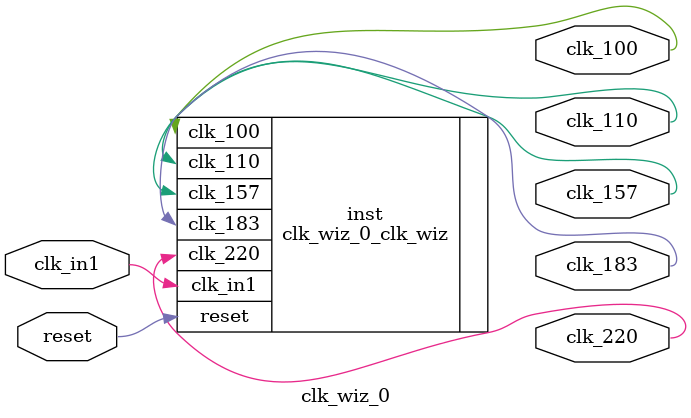
<source format=v>


`timescale 1ps/1ps

(* CORE_GENERATION_INFO = "clk_wiz_0,clk_wiz_v6_0_1_0_0,{component_name=clk_wiz_0,use_phase_alignment=true,use_min_o_jitter=false,use_max_i_jitter=false,use_dyn_phase_shift=false,use_inclk_switchover=false,use_dyn_reconfig=false,enable_axi=0,feedback_source=FDBK_AUTO,PRIMITIVE=MMCM,num_out_clk=5,clkin1_period=10.000,clkin2_period=10.000,use_power_down=false,use_reset=true,use_locked=false,use_inclk_stopped=false,feedback_type=SINGLE,CLOCK_MGR_TYPE=NA,manual_override=false}" *)

module clk_wiz_0 
 (
  // Clock out ports
  output        clk_100,
  output        clk_110,
  output        clk_157,
  output        clk_183,
  output        clk_220,
  // Status and control signals
  input         reset,
 // Clock in ports
  input         clk_in1
 );

  clk_wiz_0_clk_wiz inst
  (
  // Clock out ports  
  .clk_100(clk_100),
  .clk_110(clk_110),
  .clk_157(clk_157),
  .clk_183(clk_183),
  .clk_220(clk_220),
  // Status and control signals               
  .reset(reset), 
 // Clock in ports
  .clk_in1(clk_in1)
  );

endmodule

</source>
